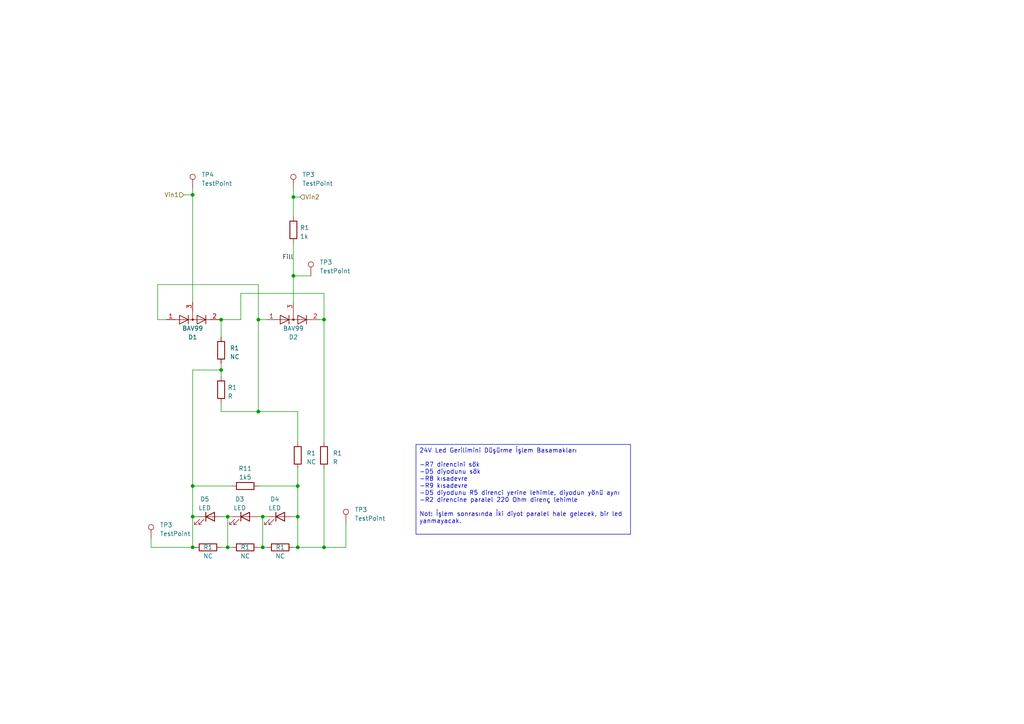
<source format=kicad_sch>
(kicad_sch (version 20230121) (generator eeschema)

  (uuid 21367d73-3217-4f3d-938f-7bf14840a1a5)

  (paper "A4")

  (lib_symbols
    (symbol "Connector:TestPoint" (pin_numbers hide) (pin_names (offset 0.762) hide) (in_bom yes) (on_board yes)
      (property "Reference" "TP" (at 0 6.858 0)
        (effects (font (size 1.27 1.27)))
      )
      (property "Value" "TestPoint" (at 0 5.08 0)
        (effects (font (size 1.27 1.27)))
      )
      (property "Footprint" "" (at 5.08 0 0)
        (effects (font (size 1.27 1.27)) hide)
      )
      (property "Datasheet" "~" (at 5.08 0 0)
        (effects (font (size 1.27 1.27)) hide)
      )
      (property "ki_keywords" "test point tp" (at 0 0 0)
        (effects (font (size 1.27 1.27)) hide)
      )
      (property "ki_description" "test point" (at 0 0 0)
        (effects (font (size 1.27 1.27)) hide)
      )
      (property "ki_fp_filters" "Pin* Test*" (at 0 0 0)
        (effects (font (size 1.27 1.27)) hide)
      )
      (symbol "TestPoint_0_1"
        (circle (center 0 3.302) (radius 0.762)
          (stroke (width 0) (type default))
          (fill (type none))
        )
      )
      (symbol "TestPoint_1_1"
        (pin passive line (at 0 0 90) (length 2.54)
          (name "1" (effects (font (size 1.27 1.27))))
          (number "1" (effects (font (size 1.27 1.27))))
        )
      )
    )
    (symbol "Device:LED" (pin_numbers hide) (pin_names (offset 1.016) hide) (in_bom yes) (on_board yes)
      (property "Reference" "D" (at 0 2.54 0)
        (effects (font (size 1.27 1.27)))
      )
      (property "Value" "LED" (at 0 -2.54 0)
        (effects (font (size 1.27 1.27)))
      )
      (property "Footprint" "" (at 0 0 0)
        (effects (font (size 1.27 1.27)) hide)
      )
      (property "Datasheet" "~" (at 0 0 0)
        (effects (font (size 1.27 1.27)) hide)
      )
      (property "ki_keywords" "LED diode" (at 0 0 0)
        (effects (font (size 1.27 1.27)) hide)
      )
      (property "ki_description" "Light emitting diode" (at 0 0 0)
        (effects (font (size 1.27 1.27)) hide)
      )
      (property "ki_fp_filters" "LED* LED_SMD:* LED_THT:*" (at 0 0 0)
        (effects (font (size 1.27 1.27)) hide)
      )
      (symbol "LED_0_1"
        (polyline
          (pts
            (xy -1.27 -1.27)
            (xy -1.27 1.27)
          )
          (stroke (width 0.254) (type default))
          (fill (type none))
        )
        (polyline
          (pts
            (xy -1.27 0)
            (xy 1.27 0)
          )
          (stroke (width 0) (type default))
          (fill (type none))
        )
        (polyline
          (pts
            (xy 1.27 -1.27)
            (xy 1.27 1.27)
            (xy -1.27 0)
            (xy 1.27 -1.27)
          )
          (stroke (width 0.254) (type default))
          (fill (type none))
        )
        (polyline
          (pts
            (xy -3.048 -0.762)
            (xy -4.572 -2.286)
            (xy -3.81 -2.286)
            (xy -4.572 -2.286)
            (xy -4.572 -1.524)
          )
          (stroke (width 0) (type default))
          (fill (type none))
        )
        (polyline
          (pts
            (xy -1.778 -0.762)
            (xy -3.302 -2.286)
            (xy -2.54 -2.286)
            (xy -3.302 -2.286)
            (xy -3.302 -1.524)
          )
          (stroke (width 0) (type default))
          (fill (type none))
        )
      )
      (symbol "LED_1_1"
        (pin passive line (at -3.81 0 0) (length 2.54)
          (name "K" (effects (font (size 1.27 1.27))))
          (number "1" (effects (font (size 1.27 1.27))))
        )
        (pin passive line (at 3.81 0 180) (length 2.54)
          (name "A" (effects (font (size 1.27 1.27))))
          (number "2" (effects (font (size 1.27 1.27))))
        )
      )
    )
    (symbol "Device:R" (pin_numbers hide) (pin_names (offset 0)) (in_bom yes) (on_board yes)
      (property "Reference" "R" (at 2.032 0 90)
        (effects (font (size 1.27 1.27)))
      )
      (property "Value" "R" (at 0 0 90)
        (effects (font (size 1.27 1.27)))
      )
      (property "Footprint" "" (at -1.778 0 90)
        (effects (font (size 1.27 1.27)) hide)
      )
      (property "Datasheet" "~" (at 0 0 0)
        (effects (font (size 1.27 1.27)) hide)
      )
      (property "ki_keywords" "R res resistor" (at 0 0 0)
        (effects (font (size 1.27 1.27)) hide)
      )
      (property "ki_description" "Resistor" (at 0 0 0)
        (effects (font (size 1.27 1.27)) hide)
      )
      (property "ki_fp_filters" "R_*" (at 0 0 0)
        (effects (font (size 1.27 1.27)) hide)
      )
      (symbol "R_0_1"
        (rectangle (start -1.016 -2.54) (end 1.016 2.54)
          (stroke (width 0.254) (type default))
          (fill (type none))
        )
      )
      (symbol "R_1_1"
        (pin passive line (at 0 3.81 270) (length 1.27)
          (name "~" (effects (font (size 1.27 1.27))))
          (number "1" (effects (font (size 1.27 1.27))))
        )
        (pin passive line (at 0 -3.81 90) (length 1.27)
          (name "~" (effects (font (size 1.27 1.27))))
          (number "2" (effects (font (size 1.27 1.27))))
        )
      )
    )
    (symbol "Diode:BAV99" (pin_names hide) (in_bom yes) (on_board yes)
      (property "Reference" "D" (at 0 5.08 0)
        (effects (font (size 1.27 1.27)))
      )
      (property "Value" "BAV99" (at 0 2.54 0)
        (effects (font (size 1.27 1.27)))
      )
      (property "Footprint" "Package_TO_SOT_SMD:SOT-23" (at 0 -12.7 0)
        (effects (font (size 1.27 1.27)) hide)
      )
      (property "Datasheet" "https://assets.nexperia.com/documents/data-sheet/BAV99_SER.pdf" (at 0 0 0)
        (effects (font (size 1.27 1.27)) hide)
      )
      (property "ki_keywords" "diode" (at 0 0 0)
        (effects (font (size 1.27 1.27)) hide)
      )
      (property "ki_description" "BAV99 High-speed switching diodes, SOT-23" (at 0 0 0)
        (effects (font (size 1.27 1.27)) hide)
      )
      (property "ki_fp_filters" "SOT?23*" (at 0 0 0)
        (effects (font (size 1.27 1.27)) hide)
      )
      (symbol "BAV99_0_1"
        (polyline
          (pts
            (xy -5.08 0)
            (xy 5.08 0)
          )
          (stroke (width 0) (type default))
          (fill (type none))
        )
      )
      (symbol "BAV99_1_1"
        (polyline
          (pts
            (xy 0 0)
            (xy 0 -2.54)
          )
          (stroke (width 0) (type default))
          (fill (type none))
        )
        (polyline
          (pts
            (xy -1.27 -1.27)
            (xy -1.27 1.27)
            (xy -1.27 1.27)
          )
          (stroke (width 0.2032) (type default))
          (fill (type none))
        )
        (polyline
          (pts
            (xy 3.81 1.27)
            (xy 3.81 -1.27)
            (xy 3.81 -1.27)
          )
          (stroke (width 0.2032) (type default))
          (fill (type none))
        )
        (polyline
          (pts
            (xy -3.81 1.27)
            (xy -1.27 0)
            (xy -3.81 -1.27)
            (xy -3.81 1.27)
            (xy -3.81 1.27)
            (xy -3.81 1.27)
          )
          (stroke (width 0.2032) (type default))
          (fill (type none))
        )
        (polyline
          (pts
            (xy 1.27 1.27)
            (xy 3.81 0)
            (xy 1.27 -1.27)
            (xy 1.27 1.27)
            (xy 1.27 1.27)
            (xy 1.27 1.27)
          )
          (stroke (width 0.2032) (type default))
          (fill (type none))
        )
        (circle (center 0 0) (radius 0.254)
          (stroke (width 0) (type default))
          (fill (type outline))
        )
        (pin passive line (at -7.62 0 0) (length 2.54)
          (name "K" (effects (font (size 1.27 1.27))))
          (number "1" (effects (font (size 1.27 1.27))))
        )
        (pin passive line (at 7.62 0 180) (length 2.54)
          (name "A" (effects (font (size 1.27 1.27))))
          (number "2" (effects (font (size 1.27 1.27))))
        )
        (pin passive line (at 0 -5.08 90) (length 2.54)
          (name "K" (effects (font (size 1.27 1.27))))
          (number "3" (effects (font (size 1.27 1.27))))
        )
      )
    )
  )

  (junction (at 74.93 92.71) (diameter 0) (color 0 0 0 0)
    (uuid 16f56aa6-8f65-4179-8c39-26951ca3d479)
  )
  (junction (at 74.93 119.38) (diameter 0) (color 0 0 0 0)
    (uuid 209bb146-9d1d-472d-ad17-7d43e499fd6d)
  )
  (junction (at 64.135 92.71) (diameter 0) (color 0 0 0 0)
    (uuid 255bdcd0-e7a7-4454-a5b7-cd6aa486c7d0)
  )
  (junction (at 64.135 107.315) (diameter 0) (color 0 0 0 0)
    (uuid 277c9565-7808-4055-8947-13d6fdcdd59b)
  )
  (junction (at 55.88 149.86) (diameter 0) (color 0 0 0 0)
    (uuid 4b97b72d-ec0d-496f-a40e-73ee9ef82ef5)
  )
  (junction (at 55.88 158.75) (diameter 0) (color 0 0 0 0)
    (uuid 53e8eb8a-c6eb-4625-aec6-1d803fadcfae)
  )
  (junction (at 66.04 158.75) (diameter 0) (color 0 0 0 0)
    (uuid 5b7fbbfe-08b8-483b-b749-b681681b9188)
  )
  (junction (at 76.2 158.75) (diameter 0) (color 0 0 0 0)
    (uuid 799e30fb-6103-4904-a93b-2b3e9934ba19)
  )
  (junction (at 76.2 149.86) (diameter 0) (color 0 0 0 0)
    (uuid 7cc95afc-4538-46cd-997f-1d1419346f20)
  )
  (junction (at 93.98 92.71) (diameter 0) (color 0 0 0 0)
    (uuid 93d6e90c-f665-498f-ad6d-3f8ff76df400)
  )
  (junction (at 55.88 56.515) (diameter 0) (color 0 0 0 0)
    (uuid a2fbe91a-fe0d-4644-bcbf-d96930853a8d)
  )
  (junction (at 55.88 140.97) (diameter 0) (color 0 0 0 0)
    (uuid a3a64ac2-0041-4afa-bee9-9d0bc20c35ee)
  )
  (junction (at 86.36 140.97) (diameter 0) (color 0 0 0 0)
    (uuid a613c3f7-f881-47b0-a23f-b92336bf4af0)
  )
  (junction (at 86.36 158.75) (diameter 0) (color 0 0 0 0)
    (uuid a7fab5b8-7853-4742-836e-add478c1d074)
  )
  (junction (at 93.98 158.75) (diameter 0) (color 0 0 0 0)
    (uuid ba7c299c-ff4c-41ea-b455-98ec34d9eb01)
  )
  (junction (at 66.04 149.86) (diameter 0) (color 0 0 0 0)
    (uuid c286bbda-18c3-40f0-96bf-a36d7f4e2903)
  )
  (junction (at 85.09 80.01) (diameter 0) (color 0 0 0 0)
    (uuid da7d2747-cefa-4de9-80a8-32c02105d159)
  )
  (junction (at 85.09 57.15) (diameter 0) (color 0 0 0 0)
    (uuid db0b5583-5181-46d8-a420-09a469cd1f9b)
  )
  (junction (at 86.36 149.86) (diameter 0) (color 0 0 0 0)
    (uuid e69fb1cf-a3e0-4c5a-af72-bb77134587c5)
  )

  (wire (pts (xy 55.88 54.61) (xy 55.88 56.515))
    (stroke (width 0) (type default))
    (uuid 08a1677c-ca29-48e1-be88-d093d6f15e3e)
  )
  (wire (pts (xy 55.88 56.515) (xy 53.34 56.515))
    (stroke (width 0) (type default))
    (uuid 0a39f9e5-6333-4c52-a118-c04f4cf04241)
  )
  (wire (pts (xy 64.135 109.22) (xy 64.135 107.315))
    (stroke (width 0) (type default))
    (uuid 0c866161-7194-4db7-a74c-75cecdddea9b)
  )
  (wire (pts (xy 55.88 107.315) (xy 64.135 107.315))
    (stroke (width 0) (type default))
    (uuid 19476c03-06ca-4b40-9483-50bda19ccc9d)
  )
  (wire (pts (xy 43.815 158.75) (xy 55.88 158.75))
    (stroke (width 0) (type default))
    (uuid 1a2c079e-49d4-4353-b423-d613d20ac28d)
  )
  (wire (pts (xy 67.31 158.75) (xy 66.04 158.75))
    (stroke (width 0) (type default))
    (uuid 1a9f683d-2707-4383-8394-6c91dd591070)
  )
  (wire (pts (xy 86.36 149.86) (xy 86.36 158.75))
    (stroke (width 0) (type default))
    (uuid 1f0bcec1-18b4-47f9-8063-63b3f8d0d813)
  )
  (wire (pts (xy 85.09 80.01) (xy 90.17 80.01))
    (stroke (width 0) (type default))
    (uuid 24f095bd-c296-47cc-81ac-18f5a1628ee6)
  )
  (wire (pts (xy 86.36 119.38) (xy 74.93 119.38))
    (stroke (width 0) (type default))
    (uuid 25660a2d-08a9-42cc-bb36-5639b9e3a62d)
  )
  (wire (pts (xy 93.98 128.27) (xy 93.98 92.71))
    (stroke (width 0) (type default))
    (uuid 263320c1-e6c7-468e-86d8-acf0985393b2)
  )
  (wire (pts (xy 55.88 140.97) (xy 67.31 140.97))
    (stroke (width 0) (type default))
    (uuid 27a466db-249b-4506-87a0-5ef689c9dea0)
  )
  (wire (pts (xy 63.5 92.71) (xy 64.135 92.71))
    (stroke (width 0) (type default))
    (uuid 36383586-16d0-481a-9ad0-c3c53a721430)
  )
  (wire (pts (xy 86.995 57.15) (xy 85.09 57.15))
    (stroke (width 0) (type default))
    (uuid 368832f4-7ab6-4e0f-8f2d-86e723d2bd4c)
  )
  (wire (pts (xy 86.36 140.97) (xy 86.36 135.89))
    (stroke (width 0) (type default))
    (uuid 3cf2c6a7-5d87-4a35-bd43-806e500d3124)
  )
  (wire (pts (xy 45.72 92.71) (xy 48.26 92.71))
    (stroke (width 0) (type default))
    (uuid 40362f11-a38f-4191-b35b-1e540c0fb382)
  )
  (wire (pts (xy 85.09 54.61) (xy 85.09 57.15))
    (stroke (width 0) (type default))
    (uuid 41558535-1cff-40ff-8da3-8a96ff1eaf78)
  )
  (wire (pts (xy 55.88 149.86) (xy 57.15 149.86))
    (stroke (width 0) (type default))
    (uuid 42ea5870-2ba3-4092-a91e-64824e9a6a50)
  )
  (wire (pts (xy 66.04 158.75) (xy 66.04 149.86))
    (stroke (width 0) (type default))
    (uuid 4a2e2f8f-6119-47ed-96a2-d34cb66f94b1)
  )
  (wire (pts (xy 85.09 158.75) (xy 86.36 158.75))
    (stroke (width 0) (type default))
    (uuid 4aaddec4-2ad2-4b26-a1dd-834ea14cc935)
  )
  (wire (pts (xy 56.515 158.75) (xy 55.88 158.75))
    (stroke (width 0) (type default))
    (uuid 4b26ba3b-d956-4263-8d04-bade49e2dd9b)
  )
  (wire (pts (xy 66.04 149.86) (xy 67.31 149.86))
    (stroke (width 0) (type default))
    (uuid 4bfd6336-be15-4b92-a87c-36ad35480a13)
  )
  (wire (pts (xy 64.135 116.84) (xy 64.135 119.38))
    (stroke (width 0) (type default))
    (uuid 4c9a1d52-b5ee-41f2-bdab-070053f5718d)
  )
  (wire (pts (xy 55.88 158.75) (xy 55.88 149.86))
    (stroke (width 0) (type default))
    (uuid 4d1b01f0-7dc2-45d0-960e-ab4367c63048)
  )
  (wire (pts (xy 64.135 119.38) (xy 74.93 119.38))
    (stroke (width 0) (type default))
    (uuid 5091c370-7ac4-49b8-b3de-1ee2dfba81cb)
  )
  (wire (pts (xy 74.93 140.97) (xy 86.36 140.97))
    (stroke (width 0) (type default))
    (uuid 55ac22ff-5b23-4843-9448-00e22cb9a2d5)
  )
  (wire (pts (xy 43.815 156.21) (xy 43.815 158.75))
    (stroke (width 0) (type default))
    (uuid 57242382-02c9-433c-b4bc-896228f5748c)
  )
  (wire (pts (xy 77.47 92.71) (xy 74.93 92.71))
    (stroke (width 0) (type default))
    (uuid 5cf956e0-237b-4699-b212-b5dfba5a5c04)
  )
  (wire (pts (xy 64.135 105.41) (xy 64.135 107.315))
    (stroke (width 0) (type default))
    (uuid 654394dd-7d98-4cb4-9558-d8f22c9eba74)
  )
  (wire (pts (xy 69.85 92.71) (xy 69.85 85.09))
    (stroke (width 0) (type default))
    (uuid 67142eb1-757d-4c5e-86eb-fbb392756a55)
  )
  (wire (pts (xy 93.98 85.09) (xy 93.98 92.71))
    (stroke (width 0) (type default))
    (uuid 6884816f-ab60-422e-ad07-5c8c1a6b45c0)
  )
  (wire (pts (xy 86.36 128.27) (xy 86.36 119.38))
    (stroke (width 0) (type default))
    (uuid 7083a867-89f3-4ced-8a72-db6f13a4c7ac)
  )
  (wire (pts (xy 86.36 158.75) (xy 93.98 158.75))
    (stroke (width 0) (type default))
    (uuid 73d41ed0-35a0-4134-b1cd-1532e1f0d47e)
  )
  (wire (pts (xy 74.93 92.71) (xy 74.93 82.55))
    (stroke (width 0) (type default))
    (uuid 76440595-745d-43e4-9a51-85f429254ab7)
  )
  (wire (pts (xy 76.2 149.86) (xy 76.2 158.75))
    (stroke (width 0) (type default))
    (uuid 83383582-3421-4f56-920f-941e283dff64)
  )
  (wire (pts (xy 64.135 92.71) (xy 69.85 92.71))
    (stroke (width 0) (type default))
    (uuid 84360f48-e5de-4815-aa5e-251aaaf0f0ce)
  )
  (wire (pts (xy 85.09 57.15) (xy 85.09 62.865))
    (stroke (width 0) (type default))
    (uuid 8f81ef30-c203-460c-b9cd-5f11c911f095)
  )
  (wire (pts (xy 86.36 149.86) (xy 86.36 140.97))
    (stroke (width 0) (type default))
    (uuid 9226a696-d8a3-4af4-8736-ffbd2e1c724a)
  )
  (wire (pts (xy 85.09 70.485) (xy 85.09 80.01))
    (stroke (width 0) (type default))
    (uuid 93d14364-d4f9-42d8-b289-be30b638ef74)
  )
  (wire (pts (xy 64.135 158.75) (xy 66.04 158.75))
    (stroke (width 0) (type default))
    (uuid 98a52e5c-ca3f-4b11-b426-7a7204840ac0)
  )
  (wire (pts (xy 100.33 151.765) (xy 100.33 158.75))
    (stroke (width 0) (type default))
    (uuid 9c499ae3-e103-4f2a-88d8-fb97b6e157b4)
  )
  (wire (pts (xy 55.88 107.315) (xy 55.88 140.97))
    (stroke (width 0) (type default))
    (uuid 9ef04e44-08a6-45ff-bee1-089f8ebd87a0)
  )
  (wire (pts (xy 64.135 92.71) (xy 64.135 97.79))
    (stroke (width 0) (type default))
    (uuid acd26d08-9972-4b2b-bd0c-b088c874043e)
  )
  (wire (pts (xy 85.09 87.63) (xy 85.09 80.01))
    (stroke (width 0) (type default))
    (uuid aeb18d54-ddfb-4ba2-82bb-c493f99554f7)
  )
  (wire (pts (xy 69.85 85.09) (xy 93.98 85.09))
    (stroke (width 0) (type default))
    (uuid b0a031f2-3c48-457f-a2cc-739f6ddf2fb0)
  )
  (wire (pts (xy 55.88 56.515) (xy 55.88 87.63))
    (stroke (width 0) (type default))
    (uuid b46c227e-933e-47cb-a198-4c1b4c0dadc0)
  )
  (wire (pts (xy 85.09 149.86) (xy 86.36 149.86))
    (stroke (width 0) (type default))
    (uuid b99dcdd6-3776-497e-a34c-165c21e18b6f)
  )
  (wire (pts (xy 93.98 158.75) (xy 93.98 135.89))
    (stroke (width 0) (type default))
    (uuid bf18fcab-2709-4fd8-b3a7-7c93eab28a59)
  )
  (wire (pts (xy 93.98 92.71) (xy 92.71 92.71))
    (stroke (width 0) (type default))
    (uuid c071bad5-c817-4529-b27e-8a69488b1024)
  )
  (wire (pts (xy 100.33 158.75) (xy 93.98 158.75))
    (stroke (width 0) (type default))
    (uuid d1ea870f-0ae7-482a-83ca-a0794605de1c)
  )
  (wire (pts (xy 74.93 158.75) (xy 76.2 158.75))
    (stroke (width 0) (type default))
    (uuid d39d1d83-857d-4d76-9ecb-8d61b783e43d)
  )
  (wire (pts (xy 74.93 119.38) (xy 74.93 92.71))
    (stroke (width 0) (type default))
    (uuid dd4f0fbe-601d-4506-9cfe-260660a167b1)
  )
  (wire (pts (xy 77.47 158.75) (xy 76.2 158.75))
    (stroke (width 0) (type default))
    (uuid e0573b91-ac3d-4ec7-a7b2-cdf43c0ac488)
  )
  (wire (pts (xy 45.72 82.55) (xy 45.72 92.71))
    (stroke (width 0) (type default))
    (uuid e8b503f1-1b60-41af-a2c5-377b26fbc8f1)
  )
  (wire (pts (xy 76.2 149.86) (xy 77.47 149.86))
    (stroke (width 0) (type default))
    (uuid ec79ef5e-108c-4199-8a42-06cfc0925b52)
  )
  (wire (pts (xy 64.77 149.86) (xy 66.04 149.86))
    (stroke (width 0) (type default))
    (uuid ee61099e-8d41-4cce-bd10-5d8614a63f5c)
  )
  (wire (pts (xy 74.93 149.86) (xy 76.2 149.86))
    (stroke (width 0) (type default))
    (uuid fab780be-a217-4a0d-b905-346e0b483f49)
  )
  (wire (pts (xy 55.88 140.97) (xy 55.88 149.86))
    (stroke (width 0) (type default))
    (uuid fd63b690-a180-4ee8-9f9d-5e8a62c34555)
  )
  (wire (pts (xy 74.93 82.55) (xy 45.72 82.55))
    (stroke (width 0) (type default))
    (uuid ff34aadd-db84-4b97-85ea-196a0a01a276)
  )

  (text_box "24V Led Gerilimini Düşürme İşlem Basamakları\n\n-R7 direncini sök\n-D5 diyodunu sök\n-R8 kısadevre\n-R9 kısadevre\n-D5 diyodunu R5 direnci yerine lehimle, diyodun yönü aynı\n-R2 direncine paralel 220 Ohm direnç lehimle\n\nNot: İşlem sonrasında İki diyot paralel hale gelecek, bir led yanmayacak."
    (at 120.65 128.905 0) (size 62.23 26.035)
    (stroke (width 0) (type default))
    (fill (type none))
    (effects (font (size 1.27 1.27)) (justify left top))
    (uuid 667fdba1-3af0-476d-925c-13beaaee514e)
  )

  (label "Fill" (at 85.09 75.565 180) (fields_autoplaced)
    (effects (font (size 1.27 1.27)) (justify right bottom))
    (uuid e7e476be-504b-4a07-a4da-5dedfce914c8)
  )

  (hierarchical_label "Vin1" (shape input) (at 53.34 56.515 180) (fields_autoplaced)
    (effects (font (size 1.27 1.27)) (justify right))
    (uuid a88b33d0-5dcb-41ed-9128-9cd53d9630a5)
  )
  (hierarchical_label "Vin2" (shape input) (at 86.995 57.15 0) (fields_autoplaced)
    (effects (font (size 1.27 1.27)) (justify left))
    (uuid f7c6d24c-7b2c-4791-89f8-96b1e82191ee)
  )

  (symbol (lib_id "Device:R") (at 64.135 101.6 180) (unit 1)
    (in_bom yes) (on_board yes) (dnp no) (fields_autoplaced)
    (uuid 0064f9be-7625-4338-83bf-14c1368e207c)
    (property "Reference" "R1" (at 66.675 100.965 0)
      (effects (font (size 1.27 1.27)) (justify right))
    )
    (property "Value" "NC" (at 66.675 103.505 0)
      (effects (font (size 1.27 1.27)) (justify right))
    )
    (property "Footprint" "Resistor_SMD:R_0603_1608Metric" (at 65.913 101.6 90)
      (effects (font (size 1.27 1.27)) hide)
    )
    (property "Datasheet" "~" (at 64.135 101.6 0)
      (effects (font (size 1.27 1.27)) hide)
    )
    (pin "1" (uuid ce159a62-9cdb-414b-bf0b-c7faddd3f334))
    (pin "2" (uuid f52732d9-5aa0-446e-bbcb-816f21ab4a22))
    (instances
      (project "followMe"
        (path "/e63e39d7-6ac0-4ffd-8aa3-1841a4541b55"
          (reference "R1") (unit 1)
        )
        (path "/e63e39d7-6ac0-4ffd-8aa3-1841a4541b55/2368090d-fe00-4b6a-bbef-310d4f5002b6"
          (reference "R3") (unit 1)
        )
      )
    )
  )

  (symbol (lib_id "Connector:TestPoint") (at 43.815 156.21 0) (unit 1)
    (in_bom yes) (on_board yes) (dnp no) (fields_autoplaced)
    (uuid 0103a509-1783-454f-9080-b1df32018ed8)
    (property "Reference" "TP3" (at 46.355 152.273 0)
      (effects (font (size 1.27 1.27)) (justify left))
    )
    (property "Value" "TestPoint" (at 46.355 154.813 0)
      (effects (font (size 1.27 1.27)) (justify left))
    )
    (property "Footprint" "TestPoint:TestPoint_Pad_D1.5mm" (at 48.895 156.21 0)
      (effects (font (size 1.27 1.27)) hide)
    )
    (property "Datasheet" "~" (at 48.895 156.21 0)
      (effects (font (size 1.27 1.27)) hide)
    )
    (pin "1" (uuid a9019ea8-5847-41ee-bc87-8cf3855b8d17))
    (instances
      (project "followMe"
        (path "/e63e39d7-6ac0-4ffd-8aa3-1841a4541b55"
          (reference "TP3") (unit 1)
        )
        (path "/e63e39d7-6ac0-4ffd-8aa3-1841a4541b55/2368090d-fe00-4b6a-bbef-310d4f5002b6"
          (reference "TP3") (unit 1)
        )
      )
    )
  )

  (symbol (lib_id "Device:R") (at 85.09 66.675 180) (unit 1)
    (in_bom yes) (on_board yes) (dnp no) (fields_autoplaced)
    (uuid 03d2e447-2366-4311-ba0b-fbe2c59290ef)
    (property "Reference" "R1" (at 86.995 66.04 0)
      (effects (font (size 1.27 1.27)) (justify right))
    )
    (property "Value" "1k" (at 86.995 68.58 0)
      (effects (font (size 1.27 1.27)) (justify right))
    )
    (property "Footprint" "Resistor_SMD:R_2010_5025Metric" (at 86.868 66.675 90)
      (effects (font (size 1.27 1.27)) hide)
    )
    (property "Datasheet" "~" (at 85.09 66.675 0)
      (effects (font (size 1.27 1.27)) hide)
    )
    (pin "1" (uuid 726ccd8f-7a18-4bf8-99b0-a6dea25b3a01))
    (pin "2" (uuid e2a0d90b-de3b-4082-9b91-72cf3a91f9b3))
    (instances
      (project "followMe"
        (path "/e63e39d7-6ac0-4ffd-8aa3-1841a4541b55"
          (reference "R1") (unit 1)
        )
        (path "/e63e39d7-6ac0-4ffd-8aa3-1841a4541b55/2368090d-fe00-4b6a-bbef-310d4f5002b6"
          (reference "R2") (unit 1)
        )
      )
    )
  )

  (symbol (lib_id "Device:LED") (at 81.28 149.86 0) (unit 1)
    (in_bom yes) (on_board yes) (dnp no) (fields_autoplaced)
    (uuid 1b288a38-41a0-40ff-9a36-fbb5226fe659)
    (property "Reference" "D4" (at 79.6925 144.78 0)
      (effects (font (size 1.27 1.27)))
    )
    (property "Value" "LED" (at 79.6925 147.32 0)
      (effects (font (size 1.27 1.27)))
    )
    (property "Footprint" "LED_SMD:LED_1206_3216Metric_Pad1.42x1.75mm_HandSolder" (at 81.28 149.86 0)
      (effects (font (size 1.27 1.27)) hide)
    )
    (property "Datasheet" "~" (at 81.28 149.86 0)
      (effects (font (size 1.27 1.27)) hide)
    )
    (pin "1" (uuid 539ff32a-bc9a-4a03-956c-ec702eff3781))
    (pin "2" (uuid e7581928-a19b-4c51-9963-d0cc7ada13e9))
    (instances
      (project "followMe"
        (path "/e63e39d7-6ac0-4ffd-8aa3-1841a4541b55"
          (reference "D4") (unit 1)
        )
        (path "/e63e39d7-6ac0-4ffd-8aa3-1841a4541b55/2368090d-fe00-4b6a-bbef-310d4f5002b6"
          (reference "D7") (unit 1)
        )
      )
    )
  )

  (symbol (lib_id "Device:R") (at 60.325 158.75 90) (unit 1)
    (in_bom yes) (on_board yes) (dnp no)
    (uuid 2b01b1f0-dcc3-4a77-9a53-1cb3bb92389d)
    (property "Reference" "R1" (at 60.325 158.75 90)
      (effects (font (size 1.27 1.27)))
    )
    (property "Value" "NC" (at 60.325 161.29 90)
      (effects (font (size 1.27 1.27)))
    )
    (property "Footprint" "Resistor_SMD:R_0603_1608Metric" (at 60.325 160.528 90)
      (effects (font (size 1.27 1.27)) hide)
    )
    (property "Datasheet" "~" (at 60.325 158.75 0)
      (effects (font (size 1.27 1.27)) hide)
    )
    (pin "1" (uuid e903fc12-dac1-4d01-bba7-c60fdc149673))
    (pin "2" (uuid 3d612de6-8ae8-4673-aaea-e4227bb8a173))
    (instances
      (project "followMe"
        (path "/e63e39d7-6ac0-4ffd-8aa3-1841a4541b55"
          (reference "R1") (unit 1)
        )
        (path "/e63e39d7-6ac0-4ffd-8aa3-1841a4541b55/2368090d-fe00-4b6a-bbef-310d4f5002b6"
          (reference "R8") (unit 1)
        )
      )
    )
  )

  (symbol (lib_id "Device:R") (at 81.28 158.75 270) (unit 1)
    (in_bom yes) (on_board yes) (dnp no)
    (uuid 2cf0c93c-9939-40a8-bceb-679ded79ddcf)
    (property "Reference" "R1" (at 81.28 158.75 90)
      (effects (font (size 1.27 1.27)))
    )
    (property "Value" "NC" (at 81.28 161.29 90)
      (effects (font (size 1.27 1.27)))
    )
    (property "Footprint" "Resistor_SMD:R_0603_1608Metric" (at 81.28 156.972 90)
      (effects (font (size 1.27 1.27)) hide)
    )
    (property "Datasheet" "~" (at 81.28 158.75 0)
      (effects (font (size 1.27 1.27)) hide)
    )
    (pin "1" (uuid dc58ea07-3a0f-46d6-ac44-b2dd92a6ab97))
    (pin "2" (uuid eb9698bc-68d5-4bc4-a0f5-23262867fd43))
    (instances
      (project "followMe"
        (path "/e63e39d7-6ac0-4ffd-8aa3-1841a4541b55"
          (reference "R1") (unit 1)
        )
        (path "/e63e39d7-6ac0-4ffd-8aa3-1841a4541b55/2368090d-fe00-4b6a-bbef-310d4f5002b6"
          (reference "R10") (unit 1)
        )
      )
    )
  )

  (symbol (lib_id "Device:R") (at 64.135 113.03 0) (unit 1)
    (in_bom yes) (on_board yes) (dnp no) (fields_autoplaced)
    (uuid 402b78a8-3784-41f9-a28b-a0c6d593ca18)
    (property "Reference" "R1" (at 66.04 112.395 0)
      (effects (font (size 1.27 1.27)) (justify left))
    )
    (property "Value" "R" (at 66.04 114.935 0)
      (effects (font (size 1.27 1.27)) (justify left))
    )
    (property "Footprint" "Resistor_SMD:R_0603_1608Metric" (at 62.357 113.03 90)
      (effects (font (size 1.27 1.27)) hide)
    )
    (property "Datasheet" "~" (at 64.135 113.03 0)
      (effects (font (size 1.27 1.27)) hide)
    )
    (pin "1" (uuid 00579b0a-2069-4278-9cbd-d15f7fe2b2b3))
    (pin "2" (uuid 4b73aee2-4aa9-44b5-accb-467eb5c7bbbf))
    (instances
      (project "followMe"
        (path "/e63e39d7-6ac0-4ffd-8aa3-1841a4541b55"
          (reference "R1") (unit 1)
        )
        (path "/e63e39d7-6ac0-4ffd-8aa3-1841a4541b55/2368090d-fe00-4b6a-bbef-310d4f5002b6"
          (reference "R5") (unit 1)
        )
      )
    )
  )

  (symbol (lib_id "Connector:TestPoint") (at 90.17 80.01 0) (unit 1)
    (in_bom yes) (on_board yes) (dnp no) (fields_autoplaced)
    (uuid 59f70ff8-a98a-4483-9ea2-ea341179b71b)
    (property "Reference" "TP3" (at 92.71 76.073 0)
      (effects (font (size 1.27 1.27)) (justify left))
    )
    (property "Value" "TestPoint" (at 92.71 78.613 0)
      (effects (font (size 1.27 1.27)) (justify left))
    )
    (property "Footprint" "TestPoint:TestPoint_Pad_D1.5mm" (at 95.25 80.01 0)
      (effects (font (size 1.27 1.27)) hide)
    )
    (property "Datasheet" "~" (at 95.25 80.01 0)
      (effects (font (size 1.27 1.27)) hide)
    )
    (pin "1" (uuid 6627dbfe-35a3-4a63-986f-a4b738a4e836))
    (instances
      (project "followMe"
        (path "/e63e39d7-6ac0-4ffd-8aa3-1841a4541b55"
          (reference "TP3") (unit 1)
        )
        (path "/e63e39d7-6ac0-4ffd-8aa3-1841a4541b55/2368090d-fe00-4b6a-bbef-310d4f5002b6"
          (reference "TP5") (unit 1)
        )
      )
    )
  )

  (symbol (lib_id "Device:R") (at 86.36 132.08 180) (unit 1)
    (in_bom yes) (on_board yes) (dnp no) (fields_autoplaced)
    (uuid 64166391-313a-4d8d-9e61-abe904773bce)
    (property "Reference" "R1" (at 88.9 131.445 0)
      (effects (font (size 1.27 1.27)) (justify right))
    )
    (property "Value" "NC" (at 88.9 133.985 0)
      (effects (font (size 1.27 1.27)) (justify right))
    )
    (property "Footprint" "Resistor_SMD:R_0603_1608Metric" (at 88.138 132.08 90)
      (effects (font (size 1.27 1.27)) hide)
    )
    (property "Datasheet" "~" (at 86.36 132.08 0)
      (effects (font (size 1.27 1.27)) hide)
    )
    (pin "1" (uuid 819c2d6c-ddd1-43db-809d-923f6a06f232))
    (pin "2" (uuid dce4d4b7-e9f9-4284-8c76-e286b483bb92))
    (instances
      (project "followMe"
        (path "/e63e39d7-6ac0-4ffd-8aa3-1841a4541b55"
          (reference "R1") (unit 1)
        )
        (path "/e63e39d7-6ac0-4ffd-8aa3-1841a4541b55/2368090d-fe00-4b6a-bbef-310d4f5002b6"
          (reference "R6") (unit 1)
        )
      )
    )
  )

  (symbol (lib_id "Connector:TestPoint") (at 100.33 151.765 0) (unit 1)
    (in_bom yes) (on_board yes) (dnp no) (fields_autoplaced)
    (uuid 6c5f3a1c-54c5-4129-aee0-09fb534173bf)
    (property "Reference" "TP3" (at 102.87 147.828 0)
      (effects (font (size 1.27 1.27)) (justify left))
    )
    (property "Value" "TestPoint" (at 102.87 150.368 0)
      (effects (font (size 1.27 1.27)) (justify left))
    )
    (property "Footprint" "TestPoint:TestPoint_Pad_D1.5mm" (at 105.41 151.765 0)
      (effects (font (size 1.27 1.27)) hide)
    )
    (property "Datasheet" "~" (at 105.41 151.765 0)
      (effects (font (size 1.27 1.27)) hide)
    )
    (pin "1" (uuid d36cb72f-edf2-4bde-904a-21509b5f35cb))
    (instances
      (project "followMe"
        (path "/e63e39d7-6ac0-4ffd-8aa3-1841a4541b55"
          (reference "TP3") (unit 1)
        )
        (path "/e63e39d7-6ac0-4ffd-8aa3-1841a4541b55/2368090d-fe00-4b6a-bbef-310d4f5002b6"
          (reference "TP4") (unit 1)
        )
      )
    )
  )

  (symbol (lib_id "Device:R") (at 71.12 140.97 90) (unit 1)
    (in_bom yes) (on_board yes) (dnp no) (fields_autoplaced)
    (uuid 7173de22-e171-4d18-9ac0-a097689d62f8)
    (property "Reference" "R11" (at 71.12 135.89 90)
      (effects (font (size 1.27 1.27)))
    )
    (property "Value" "1k5" (at 71.12 138.43 90)
      (effects (font (size 1.27 1.27)))
    )
    (property "Footprint" "Resistor_SMD:R_1206_3216Metric" (at 71.12 142.748 90)
      (effects (font (size 1.27 1.27)) hide)
    )
    (property "Datasheet" "~" (at 71.12 140.97 0)
      (effects (font (size 1.27 1.27)) hide)
    )
    (pin "1" (uuid 35939fec-07c7-475d-91e3-0e2205f22884))
    (pin "2" (uuid a6d2c6e5-9cb4-4888-ad19-da986e03e98b))
    (instances
      (project "followMe"
        (path "/e63e39d7-6ac0-4ffd-8aa3-1841a4541b55"
          (reference "R11") (unit 1)
        )
        (path "/e63e39d7-6ac0-4ffd-8aa3-1841a4541b55/2368090d-fe00-4b6a-bbef-310d4f5002b6"
          (reference "R7") (unit 1)
        )
      )
    )
  )

  (symbol (lib_id "Connector:TestPoint") (at 55.88 54.61 0) (unit 1)
    (in_bom yes) (on_board yes) (dnp no) (fields_autoplaced)
    (uuid 9fd663a9-c045-4dd3-ae4d-13631dfcf55f)
    (property "Reference" "TP4" (at 58.42 50.673 0)
      (effects (font (size 1.27 1.27)) (justify left))
    )
    (property "Value" "TestPoint" (at 58.42 53.213 0)
      (effects (font (size 1.27 1.27)) (justify left))
    )
    (property "Footprint" "TestPoint:TestPoint_Pad_D1.5mm" (at 60.96 54.61 0)
      (effects (font (size 1.27 1.27)) hide)
    )
    (property "Datasheet" "~" (at 60.96 54.61 0)
      (effects (font (size 1.27 1.27)) hide)
    )
    (pin "1" (uuid ff6af2f7-cd4c-4001-bf15-18a959d2e4d3))
    (instances
      (project "followMe"
        (path "/e63e39d7-6ac0-4ffd-8aa3-1841a4541b55"
          (reference "TP4") (unit 1)
        )
        (path "/e63e39d7-6ac0-4ffd-8aa3-1841a4541b55/2368090d-fe00-4b6a-bbef-310d4f5002b6"
          (reference "TP2") (unit 1)
        )
      )
    )
  )

  (symbol (lib_id "Device:R") (at 93.98 132.08 180) (unit 1)
    (in_bom yes) (on_board yes) (dnp no) (fields_autoplaced)
    (uuid a11fde32-b51d-431f-8ba3-13aa43d2027d)
    (property "Reference" "R1" (at 96.52 131.445 0)
      (effects (font (size 1.27 1.27)) (justify right))
    )
    (property "Value" "R" (at 96.52 133.985 0)
      (effects (font (size 1.27 1.27)) (justify right))
    )
    (property "Footprint" "Resistor_SMD:R_0603_1608Metric" (at 95.758 132.08 90)
      (effects (font (size 1.27 1.27)) hide)
    )
    (property "Datasheet" "~" (at 93.98 132.08 0)
      (effects (font (size 1.27 1.27)) hide)
    )
    (pin "1" (uuid ddc7c4ba-e125-47fa-8099-26823e21c822))
    (pin "2" (uuid acb84aff-f7a3-46e4-8014-ce07fce38aec))
    (instances
      (project "followMe"
        (path "/e63e39d7-6ac0-4ffd-8aa3-1841a4541b55"
          (reference "R1") (unit 1)
        )
        (path "/e63e39d7-6ac0-4ffd-8aa3-1841a4541b55/2368090d-fe00-4b6a-bbef-310d4f5002b6"
          (reference "R4") (unit 1)
        )
      )
    )
  )

  (symbol (lib_id "Device:LED") (at 71.12 149.86 0) (unit 1)
    (in_bom yes) (on_board yes) (dnp no) (fields_autoplaced)
    (uuid c28bc7ba-fc1c-4306-993a-c0d37502b462)
    (property "Reference" "D3" (at 69.5325 144.78 0)
      (effects (font (size 1.27 1.27)))
    )
    (property "Value" "LED" (at 69.5325 147.32 0)
      (effects (font (size 1.27 1.27)))
    )
    (property "Footprint" "LED_SMD:LED_1206_3216Metric_Pad1.42x1.75mm_HandSolder" (at 71.12 149.86 0)
      (effects (font (size 1.27 1.27)) hide)
    )
    (property "Datasheet" "~" (at 71.12 149.86 0)
      (effects (font (size 1.27 1.27)) hide)
    )
    (pin "1" (uuid 51947f56-b291-46f0-9d72-3fc69c762d26))
    (pin "2" (uuid 581090a3-b5a1-445e-8911-64045071b0cd))
    (instances
      (project "followMe"
        (path "/e63e39d7-6ac0-4ffd-8aa3-1841a4541b55"
          (reference "D3") (unit 1)
        )
        (path "/e63e39d7-6ac0-4ffd-8aa3-1841a4541b55/2368090d-fe00-4b6a-bbef-310d4f5002b6"
          (reference "D6") (unit 1)
        )
      )
    )
  )

  (symbol (lib_id "Device:LED") (at 60.96 149.86 0) (unit 1)
    (in_bom yes) (on_board yes) (dnp no) (fields_autoplaced)
    (uuid cc84d2d5-2623-4ecd-a9cc-e22acd0df040)
    (property "Reference" "D5" (at 59.3725 144.78 0)
      (effects (font (size 1.27 1.27)))
    )
    (property "Value" "LED" (at 59.3725 147.32 0)
      (effects (font (size 1.27 1.27)))
    )
    (property "Footprint" "LED_SMD:LED_1206_3216Metric_Pad1.42x1.75mm_HandSolder" (at 60.96 149.86 0)
      (effects (font (size 1.27 1.27)) hide)
    )
    (property "Datasheet" "~" (at 60.96 149.86 0)
      (effects (font (size 1.27 1.27)) hide)
    )
    (pin "1" (uuid a57b4a9c-d196-45ff-9bbe-e1a72c04950f))
    (pin "2" (uuid f41f752c-38d5-4ac3-b8fb-e949b7fdbcbf))
    (instances
      (project "followMe"
        (path "/e63e39d7-6ac0-4ffd-8aa3-1841a4541b55"
          (reference "D5") (unit 1)
        )
        (path "/e63e39d7-6ac0-4ffd-8aa3-1841a4541b55/2368090d-fe00-4b6a-bbef-310d4f5002b6"
          (reference "D5") (unit 1)
        )
      )
    )
  )

  (symbol (lib_id "Device:R") (at 71.12 158.75 90) (unit 1)
    (in_bom yes) (on_board yes) (dnp no)
    (uuid cda930f3-c8eb-4b3b-8e30-8819121e8e7f)
    (property "Reference" "R1" (at 71.12 158.75 90)
      (effects (font (size 1.27 1.27)))
    )
    (property "Value" "NC" (at 71.12 161.29 90)
      (effects (font (size 1.27 1.27)))
    )
    (property "Footprint" "Resistor_SMD:R_0603_1608Metric" (at 71.12 160.528 90)
      (effects (font (size 1.27 1.27)) hide)
    )
    (property "Datasheet" "~" (at 71.12 158.75 0)
      (effects (font (size 1.27 1.27)) hide)
    )
    (pin "1" (uuid 142c15d1-04a6-4549-8c48-ae49ea2b5a25))
    (pin "2" (uuid 94683f06-1996-468c-820b-debcb382bde4))
    (instances
      (project "followMe"
        (path "/e63e39d7-6ac0-4ffd-8aa3-1841a4541b55"
          (reference "R1") (unit 1)
        )
        (path "/e63e39d7-6ac0-4ffd-8aa3-1841a4541b55/2368090d-fe00-4b6a-bbef-310d4f5002b6"
          (reference "R9") (unit 1)
        )
      )
    )
  )

  (symbol (lib_id "Connector:TestPoint") (at 85.09 54.61 0) (unit 1)
    (in_bom yes) (on_board yes) (dnp no) (fields_autoplaced)
    (uuid e6f8109b-3d04-4ac1-bcf1-c1d027f1470b)
    (property "Reference" "TP3" (at 87.63 50.673 0)
      (effects (font (size 1.27 1.27)) (justify left))
    )
    (property "Value" "TestPoint" (at 87.63 53.213 0)
      (effects (font (size 1.27 1.27)) (justify left))
    )
    (property "Footprint" "TestPoint:TestPoint_Pad_D1.5mm" (at 90.17 54.61 0)
      (effects (font (size 1.27 1.27)) hide)
    )
    (property "Datasheet" "~" (at 90.17 54.61 0)
      (effects (font (size 1.27 1.27)) hide)
    )
    (pin "1" (uuid f15772be-fe1e-4aa4-8609-5b7e1fb8d42c))
    (instances
      (project "followMe"
        (path "/e63e39d7-6ac0-4ffd-8aa3-1841a4541b55"
          (reference "TP3") (unit 1)
        )
        (path "/e63e39d7-6ac0-4ffd-8aa3-1841a4541b55/2368090d-fe00-4b6a-bbef-310d4f5002b6"
          (reference "TP1") (unit 1)
        )
      )
    )
  )

  (symbol (lib_id "Diode:BAV99") (at 55.88 92.71 0) (mirror x) (unit 1)
    (in_bom yes) (on_board yes) (dnp no)
    (uuid eb1aa510-8fed-4a5b-af99-ba5914329123)
    (property "Reference" "D1" (at 55.88 97.79 0)
      (effects (font (size 1.27 1.27)))
    )
    (property "Value" "BAV99" (at 55.88 95.25 0)
      (effects (font (size 1.27 1.27)))
    )
    (property "Footprint" "Package_TO_SOT_SMD:SOT-23" (at 55.88 80.01 0)
      (effects (font (size 1.27 1.27)) hide)
    )
    (property "Datasheet" "https://assets.nexperia.com/documents/data-sheet/BAV99_SER.pdf" (at 55.88 92.71 0)
      (effects (font (size 1.27 1.27)) hide)
    )
    (pin "1" (uuid 86d22735-523e-463a-89e3-f9a5641c85e3))
    (pin "2" (uuid 9acb79ab-bad7-40fc-8c17-2ec48818cea5))
    (pin "3" (uuid 6e90b15d-a92c-453d-9ec1-875f863beb79))
    (instances
      (project "followMe"
        (path "/e63e39d7-6ac0-4ffd-8aa3-1841a4541b55"
          (reference "D1") (unit 1)
        )
        (path "/e63e39d7-6ac0-4ffd-8aa3-1841a4541b55/2368090d-fe00-4b6a-bbef-310d4f5002b6"
          (reference "D2") (unit 1)
        )
      )
    )
  )

  (symbol (lib_id "Diode:BAV99") (at 85.09 92.71 0) (mirror x) (unit 1)
    (in_bom yes) (on_board yes) (dnp no)
    (uuid fbb2329f-15d9-4e8c-b36b-afe5e75c0a95)
    (property "Reference" "D2" (at 85.09 97.79 0)
      (effects (font (size 1.27 1.27)))
    )
    (property "Value" "BAV99" (at 85.09 95.25 0)
      (effects (font (size 1.27 1.27)))
    )
    (property "Footprint" "Package_TO_SOT_SMD:SOT-23" (at 85.09 80.01 0)
      (effects (font (size 1.27 1.27)) hide)
    )
    (property "Datasheet" "https://assets.nexperia.com/documents/data-sheet/BAV99_SER.pdf" (at 85.09 92.71 0)
      (effects (font (size 1.27 1.27)) hide)
    )
    (pin "1" (uuid 344ec2db-eda9-402b-90ee-373721ad8203))
    (pin "2" (uuid 7385d82a-f3e6-4b80-b8fc-06abf770dc5c))
    (pin "3" (uuid d5b8ba40-dd43-451b-b7e8-ed1cc44788de))
    (instances
      (project "followMe"
        (path "/e63e39d7-6ac0-4ffd-8aa3-1841a4541b55"
          (reference "D2") (unit 1)
        )
        (path "/e63e39d7-6ac0-4ffd-8aa3-1841a4541b55/2368090d-fe00-4b6a-bbef-310d4f5002b6"
          (reference "D1") (unit 1)
        )
      )
    )
  )
)

</source>
